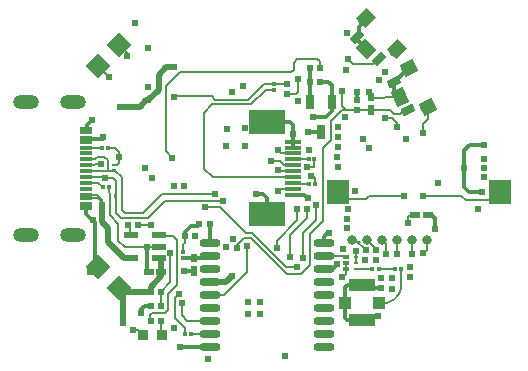
<source format=gbl>
G04 Layer: BottomLayer*
G04 Panelize: , Column: 1, Row: 1, Board Size: 43.14mm x 33.02mm, Panelized Board Size: 43.14mm x 33.02mm*
G04 EasyEDA v6.5.39, 2023-12-15 19:25:59*
G04 3b811ad68a954a9fa16293bbb790c8b3,9a4ed40c0dd746429eaf55b84663d2fb,10*
G04 Gerber Generator version 0.2*
G04 Scale: 100 percent, Rotated: No, Reflected: No *
G04 Dimensions in millimeters *
G04 leading zeros omitted , absolute positions ,4 integer and 5 decimal *
%FSLAX45Y45*%
%MOMM*%

%AMMACRO1*21,1,$1,$2,0,0,$3*%
%ADD10C,0.1600*%
%ADD11C,0.2000*%
%ADD12C,0.3000*%
%ADD13C,0.5000*%
%ADD14C,0.8000*%
%ADD15MACRO1,2X1.8X-90.0000*%
%ADD16MACRO1,1.524X1.524X-44.9993*%
%ADD17MACRO1,1.524X1.524X-45.0007*%
%ADD18MACRO1,1.524X1.524X-134.9993*%
%ADD19MACRO1,1.524X1.524X-135.0007*%
%ADD20MACRO1,0.54X0.5656X-90.0000*%
%ADD21MACRO1,0.54X0.5656X90.0000*%
%ADD22MACRO1,0.7X1.25X0.0000*%
%ADD23MACRO1,0.324X0.3031X-90.0000*%
%ADD24R,0.3240X0.3031*%
%ADD25MACRO1,0.324X0.3031X0.0000*%
%ADD26MACRO1,0.27X0.25X0.0000*%
%ADD27MACRO1,0.27X0.25X90.0000*%
%ADD28MACRO1,0.8X0.8X90.0000*%
%ADD29MACRO1,0.2997X1.0998X90.0000*%
%ADD30MACRO1,0.3023X1.0998X90.0000*%
%ADD31MACRO1,0.49X1.157X-90.0000*%
%ADD32MACRO1,0.49X1.175X-90.0000*%
%ADD33MACRO1,0.324X0.3031X90.0000*%
%ADD34MACRO1,0.3X1.3X90.0000*%
%ADD35MACRO1,2X3X90.0000*%
%ADD36O,1.7729962X0.6999986*%
%ADD37MACRO1,2.2X1.1X0.0000*%
%ADD38MACRO1,1.05X1X-90.0000*%
%ADD39R,0.4250X0.2800*%
%ADD40MACRO1,0.425X0.28X0.0000*%
%ADD41MACRO1,0.324X0.3685X-90.0000*%
%ADD42MACRO1,0.54X0.7901X-90.0000*%
%ADD43R,0.5400X0.7901*%
%ADD44MACRO1,0.54X0.7901X0.0000*%
%ADD45R,0.3240X0.3684*%
%ADD46MACRO1,0.324X0.3685X0.0000*%
%ADD47R,0.5400X0.5657*%
%ADD48MACRO1,0.54X0.5656X0.0000*%
%ADD49MACRO1,0.7X1.1X134.9985*%
%ADD50MACRO1,0.7X1.1X135.0015*%
%ADD51MACRO1,1.4X1.1X135.0000*%
%ADD52MACRO1,1.15X1.2X135.0009*%
%ADD53MACRO1,0.7X1.1X116.0007*%
%ADD54MACRO1,1.4X1.1X115.9997*%
%ADD55MACRO1,1.15X1.2X115.9997*%
%ADD56O,2.1999956000000003X1.1999976*%
%ADD57C,0.6096*%
%ADD58C,0.6200*%
%ADD59C,0.0145*%

%LPD*%
D10*
X652858Y1459831D02*
G01*
X541860Y1457799D01*
D11*
X45798Y528921D02*
G01*
X-402511Y528921D01*
X-568373Y363059D01*
X-722043Y363059D01*
X-746173Y387189D01*
X-746173Y667351D01*
X-800529Y721707D01*
X-852599Y721707D01*
D12*
X962230Y-109888D02*
G01*
X1039700Y-109888D01*
X1079070Y-70518D01*
D11*
X1622043Y-230631D02*
G01*
X1622043Y-230631D01*
X1620812Y-110459D01*
X1433146Y-394114D02*
G01*
X1503172Y-394207D01*
D10*
X-403044Y-671428D02*
G01*
X-411502Y-662970D01*
X-411502Y-551695D01*
D13*
X-758111Y1265013D02*
G01*
X-593011Y1266029D01*
X-538909Y1319877D01*
X-520113Y1319877D01*
D12*
X1241717Y1858746D02*
G01*
X1264920Y1881949D01*
X1264920Y1943354D01*
X1321287Y1999721D01*
X1321287Y2012543D01*
X1562684Y1475554D02*
G01*
X1682193Y1595064D01*
X1687977Y1595064D01*
D11*
X-1045385Y999075D02*
G01*
X-907463Y999075D01*
X-907463Y1011775D01*
D12*
X1148158Y-394114D02*
G01*
X1148158Y-265844D01*
X1170002Y-244000D01*
X1290652Y-244000D01*
X1290652Y-543974D02*
G01*
X1164668Y-543974D01*
X1148158Y-527718D01*
X1148158Y-394114D01*
X1290657Y-243987D02*
G01*
X1314645Y-267977D01*
X1452628Y-267977D01*
X-89004Y271769D02*
G01*
X-103725Y257047D01*
X-160776Y257047D01*
X-213890Y203934D01*
X-213890Y167098D01*
X-138300Y-125915D02*
G01*
X-141371Y-128986D01*
X-220804Y-128986D01*
D11*
X-812467Y770983D02*
G01*
X-785289Y770983D01*
X-769033Y787239D01*
X-769033Y842611D01*
X-769033Y842611D02*
G01*
X-769033Y879949D01*
X-805609Y916271D01*
X-861743Y916271D01*
X-628878Y264413D02*
G01*
X-576577Y263144D01*
X-575045Y261612D01*
X-495297Y261612D01*
X-847265Y491583D02*
G01*
X-847265Y344263D01*
X-774875Y271873D01*
X-774875Y130903D01*
X-721535Y77563D01*
X-397431Y77563D01*
D13*
X-676831Y-17432D02*
G01*
X-725853Y-17432D01*
X-859203Y115917D01*
X-859203Y239615D01*
X-910257Y290669D01*
X-910257Y433925D01*
D11*
X-858187Y581499D02*
G01*
X-858187Y541621D01*
X-842947Y526127D01*
X-842947Y506569D01*
D12*
X-989073Y302252D02*
G01*
X-971951Y285130D01*
X-971951Y-60904D01*
X-1045448Y438960D02*
G01*
X-1047493Y355597D01*
X-994150Y302252D01*
X-989073Y302252D01*
X-1045385Y1048857D02*
G01*
X-1042334Y1051907D01*
X-1042334Y1111575D01*
X-1001773Y1152136D01*
D11*
X1365585Y1343766D02*
G01*
X1373057Y1336294D01*
X1475231Y1336294D01*
X1488823Y1349885D01*
X1607271Y1349885D01*
D12*
X1246202Y1321147D02*
G01*
X1247726Y1391759D01*
X487332Y353903D02*
G01*
X487332Y488027D01*
X448828Y526534D01*
X392940Y526534D01*
X487329Y1133911D02*
G01*
X491337Y1137920D01*
X681227Y1137920D01*
X706627Y1112520D01*
X706627Y1032763D01*
X706681Y968910D02*
G01*
X706630Y968961D01*
X706630Y1032756D01*
X706683Y918926D02*
G01*
X706683Y968913D01*
X1324815Y1754459D02*
G01*
X1241717Y1837557D01*
X1241717Y1858746D01*
X1607271Y1349885D02*
G01*
X1562684Y1394472D01*
X1562684Y1475554D01*
X-224995Y-19009D02*
G01*
X-210050Y-19009D01*
X-207939Y-16898D01*
X-138300Y-16898D01*
D11*
X113362Y470247D02*
G01*
X-380159Y470247D01*
X-526971Y323435D01*
X-754301Y323435D01*
X-794433Y363567D01*
X-794433Y635855D01*
X-820341Y661763D01*
X-884095Y661763D01*
X1149581Y-105801D02*
G01*
X1149581Y-148369D01*
X1116840Y-181109D01*
D10*
X1486489Y1170132D02*
G01*
X1542361Y1170132D01*
X1588264Y1124231D01*
X1588264Y1088890D01*
X885746Y818403D02*
G01*
X885746Y754499D01*
X823191Y754499D01*
X706681Y818923D02*
G01*
X812545Y818923D01*
X813064Y818405D01*
X837440Y818405D01*
X706683Y768913D02*
G01*
X627578Y768913D01*
X590710Y805781D01*
X514682Y805781D01*
X706704Y718911D02*
G01*
X586897Y718911D01*
X574296Y731512D01*
D11*
X1149581Y-55811D02*
G01*
X1149581Y-99580D01*
X1142039Y-107121D01*
X1237079Y-5801D02*
G01*
X1235991Y-4714D01*
X1235991Y46194D01*
X1237084Y-55811D02*
G01*
X1237084Y-14655D01*
X1229550Y-7122D01*
X1427736Y-108465D02*
G01*
X1429765Y-110495D01*
X1565429Y-110495D01*
X1237079Y-105801D02*
G01*
X1370208Y-105801D01*
X1372872Y-108465D01*
X1149581Y-5798D02*
G01*
X1143784Y-2D01*
X962304Y-2D01*
X-160449Y-658528D02*
G01*
X78Y-660052D01*
D13*
X-397426Y-17434D02*
G01*
X-409597Y-29606D01*
X-409597Y-139199D01*
X-734108Y-567900D02*
G01*
X-736704Y-565304D01*
X-736704Y-296171D01*
D11*
X-1045461Y968923D02*
G01*
X-1035215Y979167D01*
X-911092Y979167D01*
X-907539Y982723D01*
X-907539Y1011674D01*
X-1045448Y488995D02*
G01*
X-945436Y488995D01*
X-910333Y453895D01*
X-910333Y433824D01*
X-1045461Y518972D02*
G01*
X-953571Y518972D01*
X-910333Y475734D01*
X-910333Y433824D01*
X-1045385Y818989D02*
G01*
X-973757Y818989D01*
X-952167Y840579D01*
X-892477Y840579D01*
X-865299Y813655D01*
X-865299Y721707D01*
X-677186Y264406D02*
G01*
X-677186Y172918D01*
X-676826Y172557D01*
X-906523Y581398D02*
G01*
X-944029Y618904D01*
X-1045461Y618904D01*
X-1045385Y718913D02*
G01*
X-854377Y718913D01*
X-1045461Y668837D02*
G01*
X-891346Y668837D01*
X-884171Y661662D01*
X-1045385Y768951D02*
G01*
X-979345Y767935D01*
X-970709Y776571D01*
X-924989Y776571D01*
X-1045461Y919022D02*
G01*
X-1042609Y916170D01*
X-910104Y916170D01*
D12*
X81Y110073D02*
G01*
X-2435Y112590D01*
X-2435Y271772D01*
X-138300Y-16898D02*
G01*
X-16901Y-16898D01*
X-5Y-2D01*
X844306Y1302867D02*
G01*
X847257Y1305819D01*
X847257Y1596009D01*
D10*
X1678863Y1237378D02*
G01*
X1641358Y1237366D01*
X1607139Y1203154D01*
X1559664Y1203154D01*
X1528284Y1234531D01*
X1246207Y1234531D01*
D12*
X-255902Y-770389D02*
G01*
X-5Y-770389D01*
X-5Y-770003D01*
D11*
X78Y-550070D02*
G01*
X-190929Y-550070D01*
X-237919Y-503080D01*
X-237919Y-398432D01*
X-562937Y-670745D02*
G01*
X-609384Y-624298D01*
X-649800Y-624298D01*
X-412671Y-419514D02*
G01*
X-412925Y-301912D01*
X-413004Y-301782D02*
G01*
X-334210Y-222991D01*
X-334210Y27602D01*
D12*
X-499285Y-419514D02*
G01*
X-549831Y-419514D01*
X-582597Y-452026D01*
X-582597Y-478696D01*
X-518614Y-139199D02*
G01*
X-535500Y-122313D01*
X-535500Y77561D01*
D11*
X-208711Y-658530D02*
G01*
X-208711Y-609249D01*
X-296334Y-521622D01*
X-296334Y-356034D01*
X-259788Y-319488D01*
D10*
X1246207Y1234531D02*
G01*
X1154257Y1234531D01*
X1114808Y1273980D01*
X1114808Y1399786D01*
X567514Y70959D02*
G01*
X567514Y130395D01*
X739218Y302099D01*
X739218Y396333D01*
X682576Y-9050D02*
G01*
X682576Y179671D01*
X820752Y318101D01*
X820752Y397603D01*
X791116Y-13497D02*
G01*
X791116Y199209D01*
X897587Y305681D01*
X897587Y430192D01*
D13*
X-409623Y-139098D02*
G01*
X-409623Y-169578D01*
X-499539Y-259494D01*
X-499539Y-301658D01*
X-736521Y-301658D01*
X-736521Y-296070D01*
D10*
X-224995Y35821D02*
G01*
X-224983Y102887D01*
X-213890Y113979D01*
X-213890Y167098D01*
D12*
X962230Y110073D02*
G01*
X962230Y160619D01*
X993018Y191406D01*
X1012802Y191406D01*
D13*
X78Y-219870D02*
G01*
X133936Y-219870D01*
X184990Y-168816D01*
D10*
X741758Y-93632D02*
G01*
X642444Y-93632D01*
X356440Y192371D01*
X303608Y192371D01*
X82120Y413859D01*
X-40815Y413859D01*
X233758Y71975D02*
G01*
X233758Y93565D01*
X289892Y149699D01*
X323420Y149699D01*
D11*
X-498015Y-551594D02*
G01*
X-508175Y-541688D01*
X-508175Y-502318D01*
X-488363Y-482506D01*
X-381429Y-482506D01*
X-353997Y-455074D01*
X-353997Y-318930D01*
X-278305Y-243238D01*
X-278305Y138777D01*
X-312087Y172559D01*
X-397431Y172559D01*
X81Y-330103D02*
G01*
X121996Y-330103D01*
X318289Y-133809D01*
X318289Y81602D01*
X-698698Y1690496D02*
G01*
X-698698Y1720999D01*
X-767595Y1789897D01*
X-853498Y1513497D02*
G01*
X-853498Y1516593D01*
X-947199Y1610293D01*
D13*
X-520113Y1319877D02*
G01*
X-434261Y1405729D01*
X-434261Y1535269D01*
X-370253Y1599277D01*
X-299641Y1599277D01*
D10*
X652858Y1373217D02*
G01*
X731344Y1373217D01*
X745822Y1387695D01*
X745822Y1500725D01*
D12*
X1034366Y1302859D02*
G01*
X1034366Y1444337D01*
X1003378Y1475325D01*
X930988Y1475325D01*
D10*
X933782Y1595975D02*
G01*
X933782Y1648553D01*
X906604Y1672175D01*
X741758Y1672175D01*
X708484Y1638647D01*
X708484Y1578195D01*
X684862Y1554573D01*
X-255953Y1554573D01*
X-371777Y1438749D01*
X-371777Y886045D01*
X-318691Y832959D01*
X541860Y1457799D02*
G01*
X455500Y1457799D01*
X319102Y1321401D01*
X46814Y1321401D01*
X16588Y1351881D01*
X-297355Y1351881D01*
X-304975Y1344007D01*
X706706Y668875D02*
G01*
X23700Y668875D01*
X-46911Y739487D01*
X-46911Y1214721D01*
X21922Y1283301D01*
X347042Y1283301D01*
X473280Y1409539D01*
X541860Y1409539D01*
D12*
X1844299Y347690D02*
G01*
X1874100Y347690D01*
X1903199Y318592D01*
X1903199Y232503D01*
D11*
X1677748Y278985D02*
G01*
X1677748Y330039D01*
X1695274Y347565D01*
X1735406Y347565D01*
D12*
X2153996Y746401D02*
G01*
X2153996Y587700D01*
X2198093Y543603D01*
X2308202Y543603D01*
X2321384Y943449D02*
G01*
X2200226Y943449D01*
X2153998Y897221D01*
X2153998Y746345D01*
D11*
X706617Y568868D02*
G01*
X597656Y568868D01*
X580189Y551400D01*
X706605Y868850D02*
G01*
X602648Y868850D01*
X574499Y896998D01*
D10*
X889081Y613503D02*
G01*
X889081Y665827D01*
X875113Y679797D01*
X852299Y679797D01*
X840818Y613503D02*
G01*
X706706Y613503D01*
X706706Y618837D01*
D12*
X833998Y1049398D02*
G01*
X837430Y1052830D01*
X939297Y1052830D01*
X706706Y518761D02*
G01*
X800178Y518761D01*
X830404Y488789D01*
D10*
X1644982Y508601D02*
G01*
X1347294Y508347D01*
X1322148Y483201D01*
X1148666Y483201D01*
X1082880Y548987D01*
X1806780Y511903D02*
G01*
X2130122Y511903D01*
X2167714Y474057D01*
X2378026Y474057D01*
X2452956Y548987D01*
X1807491Y21887D02*
G01*
X1840565Y54960D01*
X1840565Y139542D01*
X1713565Y139542D02*
G01*
X1711505Y137482D01*
X1711505Y14394D01*
X1587908Y16197D02*
G01*
X1587908Y138198D01*
X1586565Y139542D01*
X1459562Y139539D02*
G01*
X1492196Y106906D01*
X1492196Y16499D01*
X1332565Y139542D02*
G01*
X1410591Y61516D01*
X1410591Y48607D01*
X1205562Y139539D02*
G01*
X1229311Y115790D01*
X1273964Y115790D01*
X1205562Y139539D02*
G01*
X1230858Y139539D01*
X1322397Y48000D01*
D12*
X874600Y1173573D02*
G01*
X982804Y1173573D01*
X1034366Y1225135D01*
X1034366Y1302859D01*
D10*
X323420Y149699D02*
G01*
X345010Y149699D01*
X649556Y-154846D01*
X769190Y-154846D01*
X847168Y-76868D01*
X847168Y187799D01*
X956388Y297019D01*
X956388Y914493D01*
X1022936Y981041D01*
X1022936Y1141569D01*
X1116154Y1234533D01*
X1154254Y1234533D01*
D11*
X1806780Y1042763D02*
G01*
X1806780Y1115915D01*
X1850214Y1159349D01*
X1850214Y1262473D01*
D10*
X1168986Y1668365D02*
G01*
X1214452Y1622899D01*
X1380822Y1622899D01*
X1429082Y1671413D01*
D14*
G01*
X1459562Y139539D03*
G01*
X1586562Y139539D03*
G01*
X1713562Y139539D03*
G01*
X1840562Y139539D03*
G01*
X1332562Y139539D03*
G01*
X1205562Y139539D03*
D15*
G01*
X1082898Y545000D03*
G01*
X2452895Y545000D03*
D16*
G01*
X-947802Y-92897D03*
D17*
G01*
X-768196Y-272501D03*
D18*
G01*
X-767595Y1789898D03*
D19*
G01*
X-947199Y1610292D03*
D20*
G01*
X-413015Y-301800D03*
G01*
X-499581Y-301800D03*
D21*
G01*
X-499281Y-419399D03*
G01*
X-412715Y-419399D03*
D22*
G01*
X939297Y1052830D03*
G01*
X1034293Y1302765D03*
G01*
X844301Y1302765D03*
D23*
G01*
X889053Y613498D03*
G01*
X840742Y613498D03*
D24*
G01*
X541809Y1457850D03*
D25*
G01*
X541799Y1409542D03*
D23*
G01*
X885753Y818398D03*
G01*
X837443Y818398D03*
D26*
G01*
X-812467Y728692D03*
G01*
X-812467Y771110D03*
D27*
G01*
X-800402Y506569D03*
G01*
X-842820Y506569D03*
D28*
G01*
X-403042Y-671446D03*
G01*
X-562942Y-670745D03*
D29*
G01*
X-1045382Y488970D03*
G01*
X-1045382Y518942D03*
G01*
X-1045382Y568980D03*
D30*
G01*
X-1045382Y618891D03*
D29*
G01*
X-1045382Y668802D03*
G01*
X-1045382Y718840D03*
G01*
X-1045382Y768878D03*
G01*
X-1045382Y818916D03*
G01*
X-1045382Y868954D03*
G01*
X-1045382Y918992D03*
D30*
G01*
X-1045382Y968903D03*
D29*
G01*
X-1045382Y999002D03*
G01*
X-1045382Y438932D03*
G01*
X-1045382Y408960D03*
G01*
X-1045382Y1048786D03*
D30*
G01*
X-1045382Y1078885D03*
D31*
G01*
X-434797Y174243D03*
G01*
X-434797Y79248D03*
G01*
X-434797Y-15748D03*
D32*
G01*
X-665530Y-15748D03*
G01*
X-665530Y174243D03*
D33*
G01*
X-906472Y581499D03*
G01*
X-858161Y581499D03*
D23*
G01*
X-861717Y916271D03*
G01*
X-910028Y916271D03*
D34*
G01*
X706615Y518853D03*
G01*
X706615Y568853D03*
G01*
X706615Y618853D03*
G01*
X706615Y668853D03*
G01*
X706615Y718853D03*
G01*
X706615Y768852D03*
G01*
X706615Y818852D03*
G01*
X706615Y868852D03*
G01*
X706615Y918852D03*
G01*
X706615Y968852D03*
D35*
G01*
X487265Y1133853D03*
G01*
X487268Y353852D03*
D36*
G01*
X2Y-770008D03*
G01*
X2Y-660001D03*
G01*
X2Y-549993D03*
G01*
X2Y-440011D03*
G01*
X2Y-330004D03*
G01*
X2Y-219997D03*
G01*
X2Y-110015D03*
G01*
X2Y-7D03*
G01*
X2Y109999D03*
G01*
X962306Y109999D03*
G01*
X962306Y-7D03*
G01*
X962306Y-110015D03*
G01*
X962306Y-219997D03*
G01*
X962306Y-330004D03*
G01*
X962306Y-440011D03*
G01*
X962306Y-549993D03*
G01*
X962306Y-660001D03*
G01*
X962306Y-770008D03*
D37*
G01*
X1290645Y-243998D03*
D38*
G01*
X1148158Y-394000D03*
D37*
G01*
X1290647Y-544000D03*
D38*
G01*
X1433151Y-394000D03*
D39*
G01*
X1237084Y-5824D03*
G01*
X1237084Y-55811D03*
G01*
X1237084Y-105824D03*
D40*
G01*
X1149579Y-105816D03*
G01*
X1149579Y-55816D03*
G01*
X1149579Y-5816D03*
D41*
G01*
X1427723Y-108457D03*
G01*
X1372880Y-108457D03*
D21*
G01*
X847248Y1595996D03*
G01*
X933814Y1595996D03*
D42*
G01*
X1844301Y347698D03*
G01*
X1735289Y347698D03*
D43*
G01*
X-138300Y-16898D03*
D44*
G01*
X-138300Y-125905D03*
D41*
G01*
X1620255Y-110489D03*
G01*
X1565412Y-110489D03*
D42*
G01*
X-409592Y-139199D03*
G01*
X-518604Y-139199D03*
D23*
G01*
X-160502Y-658621D03*
G01*
X-208813Y-658621D03*
D45*
G01*
X-224990Y-19032D03*
D46*
G01*
X-224998Y35821D03*
D20*
G01*
X-2437Y271780D03*
G01*
X-89002Y271780D03*
D47*
G01*
X652807Y1459882D03*
D48*
G01*
X652797Y1373313D03*
D49*
G01*
X1429109Y1671365D03*
D50*
G01*
X1241725Y1858749D03*
D51*
G01*
X1324811Y1754450D03*
D52*
G01*
X1582905Y1750917D03*
G01*
X1321276Y2012544D03*
D20*
G01*
X931020Y1475346D03*
G01*
X844454Y1475346D03*
D53*
G01*
X1678846Y1237367D03*
G01*
X1562677Y1475549D03*
D54*
G01*
X1607278Y1349882D03*
D55*
G01*
X1850161Y1262514D03*
G01*
X1687964Y1595066D03*
D43*
G01*
X1365582Y1343753D03*
D44*
G01*
X1365585Y1234752D03*
D47*
G01*
X1246202Y1234533D03*
D48*
G01*
X1246205Y1321111D03*
D20*
G01*
X-609672Y264507D03*
G01*
X-696238Y264507D03*
G01*
X-411516Y-551698D03*
G01*
X-498082Y-551698D03*
D11*
G75*
G01*
X1508252Y-392430D02*
G03*
X1621658Y-230657I-41649J149833D01*
D56*
G01*
X-1160447Y181907D03*
G01*
X-1560446Y181907D03*
G01*
X-1160447Y1305882D03*
G01*
X-1560446Y1305882D03*
D14*
G01*
X1562254Y1730265D03*
G01*
X1300609Y1991885D03*
G01*
X1823900Y1249697D03*
G01*
X1661695Y1582234D03*
D57*
G01*
X326951Y-392742D03*
G01*
X426951Y-392742D03*
G01*
X426951Y-492742D03*
G01*
X326951Y-492742D03*
G01*
X-520113Y1319979D03*
G01*
X1903199Y232503D03*
G01*
X-526463Y1764225D03*
G01*
X-758111Y1265115D03*
G01*
X-523669Y1429453D03*
G01*
X277954Y1440121D03*
G01*
X187784Y1391861D03*
G01*
X-299641Y1599379D03*
G01*
X-304975Y1344109D03*
G01*
X-853488Y1513502D03*
G01*
X-698700Y1690489D03*
G01*
X-631111Y1972657D03*
G01*
X-1001773Y1152136D03*
G01*
X1114808Y1399786D03*
G01*
X1486486Y1170119D03*
G01*
X1588264Y1088890D03*
G01*
X1806907Y511802D03*
G01*
X-925065Y776470D03*
G01*
X-884171Y661662D03*
G01*
X45722Y528820D03*
G01*
X113286Y470146D03*
G01*
X-910333Y433824D03*
G01*
X-907539Y1011674D03*
G01*
X-734108Y-567900D03*
G01*
X-649805Y-624288D03*
G01*
X-259788Y-319488D03*
G01*
X194693Y145204D03*
G01*
X138889Y74693D03*
G01*
X-237893Y-398406D03*
G01*
X318289Y81602D03*
G01*
X791110Y-13495D03*
G01*
X897587Y430192D03*
G01*
X741682Y-93733D03*
G01*
X-40891Y413758D03*
G01*
X1116840Y-181109D03*
G01*
X1127991Y56100D03*
G01*
X1232689Y553788D03*
G01*
X1165506Y394200D03*
G01*
X1165202Y313809D03*
G01*
X-545335Y748276D03*
G01*
X-489201Y664964D03*
G01*
X-218691Y592320D03*
G01*
X-307591Y589272D03*
G01*
X852299Y679797D03*
G01*
X820803Y397502D03*
G01*
X574296Y731512D03*
G01*
X739193Y396308D03*
G01*
X514682Y805781D03*
G01*
X823191Y754499D03*
G01*
X-318767Y832858D03*
G01*
X2308202Y543603D03*
G01*
X2321384Y943500D03*
G01*
X2153998Y746396D03*
G01*
X1082398Y751197D03*
G01*
X1075794Y837887D03*
G01*
X1080594Y923409D03*
G01*
X1084201Y1007407D03*
G01*
X1140005Y1177206D03*
G01*
X1085090Y1091100D03*
G01*
X140972Y1076952D03*
G01*
X134114Y931410D03*
G01*
X300230Y1080508D03*
G01*
X296674Y931410D03*
G01*
X1148336Y1573268D03*
G01*
X1486486Y1555488D03*
G01*
X745797Y1500598D03*
G01*
X706630Y1032756D03*
G01*
X392940Y526534D03*
G01*
X749302Y1309616D03*
G01*
X1431902Y1493385D03*
G01*
X1247726Y1391759D03*
G01*
X1157556Y1892139D03*
G01*
X1299898Y992700D03*
G01*
X874499Y1173599D03*
G01*
X2318133Y817872D03*
G01*
X2273708Y399610D03*
G01*
X1677621Y279087D03*
G01*
X1235991Y46194D03*
G01*
X-989073Y302252D03*
G01*
X-1013711Y-135389D03*
G01*
X-769109Y842510D03*
G01*
X-495297Y261612D03*
G01*
X-220799Y-128988D03*
G01*
X-255902Y-770389D03*
G01*
X-213890Y167098D03*
G01*
X-127505Y167403D03*
G01*
X839701Y900295D03*
G01*
X1350342Y914493D03*
G01*
X1078994Y-70619D03*
G01*
X1452628Y-267977D03*
G01*
X1012802Y191406D03*
G01*
X2321943Y742942D03*
G01*
X2323238Y667504D03*
G01*
X1346964Y1389118D03*
G01*
X1164008Y236999D03*
G01*
X1314198Y-32519D03*
G01*
X1402844Y-30233D03*
G01*
X1452882Y-181617D03*
G01*
X1543052Y-183649D03*
G01*
X1696468Y-178061D03*
G01*
X1694436Y-88653D03*
G01*
X1541274Y-280423D03*
G01*
X1425450Y-505213D03*
G01*
X1148158Y-394114D03*
G01*
X1290652Y-543974D03*
G01*
X1290652Y-244000D03*
G01*
X682500Y-9151D03*
G01*
X567438Y70858D03*
G01*
X184990Y-168816D03*
G01*
X-334210Y27602D03*
D58*
G01*
X-535505Y77563D03*
G01*
X-582597Y-478797D03*
D57*
G01*
X-304213Y-607194D03*
G01*
X233707Y72001D03*
G01*
X638634Y-844202D03*
G01*
X-18209Y-867824D03*
G01*
X1930783Y614494D03*
G01*
X574499Y896993D03*
G01*
X830404Y488789D03*
G01*
X834011Y1049393D03*
G01*
X580189Y551400D03*
G01*
X1659206Y991201D03*
G01*
X1644906Y508500D03*
G01*
X1807491Y21887D03*
G01*
X1711505Y14394D03*
G01*
X1587908Y16197D03*
G01*
X1492201Y16502D03*
G01*
X1410591Y48607D03*
G01*
X1322402Y47998D03*
G01*
X1806907Y1042789D03*
G01*
X1169088Y1668289D03*
M02*

</source>
